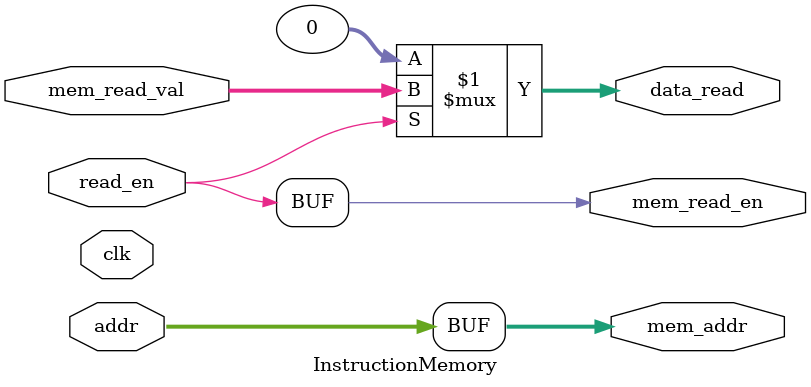
<source format=v>
`ifndef __INSTRUCTIONMEMORY_V__
`define __INSTRUCTIONMEMORY_V__

module InstructionMemory # (
	parameter MEM_WIDTH = 32, // size
	parameter MEM_SIZE = 256 // length
	)	(
	input clk,
	input wire [$clog2(MEM_SIZE)-1:0] addr,
	output wire [MEM_WIDTH-1:0] data_read,
	input wire read_en,

	output wire [$clog2(MEM_SIZE)-1:0] mem_addr,
	output wire mem_read_en,
	input wire [MEM_WIDTH-1:0] mem_read_val
	);

	assign mem_addr = addr;
	assign mem_read_en = read_en;
	assign data_read = read_en ? mem_read_val : 0;

endmodule

`endif /*__INSTRUCTIONMEMORY_V__*/

</source>
